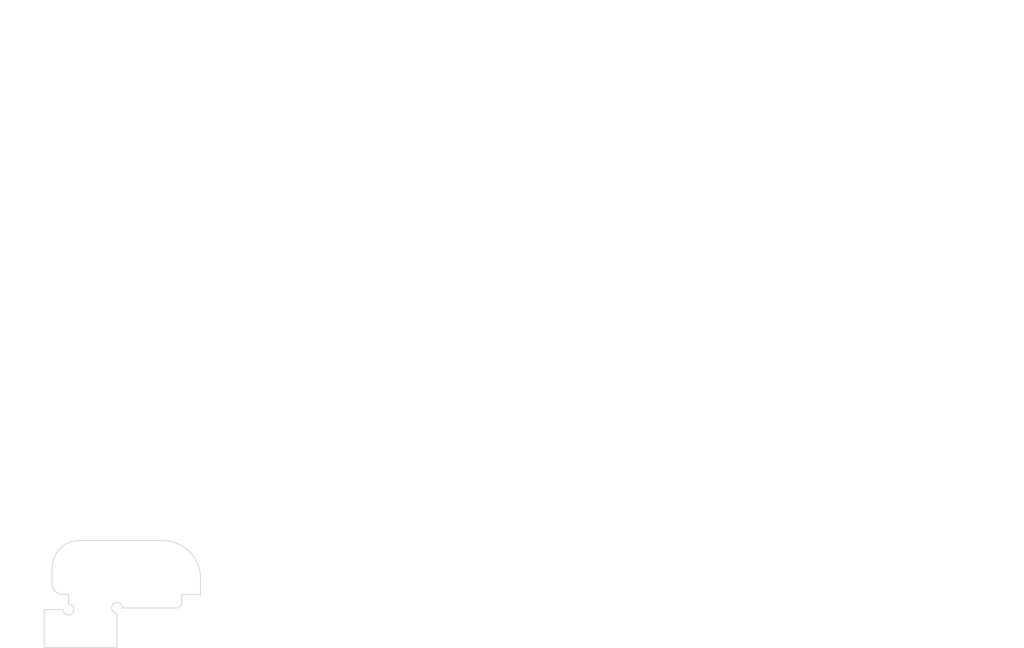
<source format=kicad_pcb>
(kicad_pcb (version 4) (host pcbnew 4.0.6-e0-6349~53~ubuntu14.04.1)
  (title_block (title SBMS120) (rev 03) (company "Electrodacus (Schematic and PCB layout released under CC-BY-SA 3.0 licence)"))
  (layers (0 F.Cu signal) (31 B.Cu signal) (34 B.Paste user) (35 F.Paste user) (36 B.SilkS user) (37 F.SilkS user) (38 B.Mask user) (39 F.Mask user) (44 Edge.Cuts user))
  (net 0 "")
  (net 1 /BAT0)
  (net 2 /CPV1P)
  (net 3 /CPV2P)
  (net 4 /CSI1a)
  (net 5 /CSI2a)
  (net 6 /LDMON)
  (net 7 /PV+)
  (net 8 /PV1)
  (net 9 /PV2)
  (net 10 GND)
  (net 11 "Net-(D7-Pad1)")
  (gr_arc (start 64 142.7) (end 64 143.7) (angle 270) (layer Edge.Cuts) (width 0.15))
  (gr_arc (start 55 143) (end 55 142) (angle 270) (layer Edge.Cuts) (width 0.15))
  (gr_arc (start 72.5 137.2) (end 72.5 130.2) (angle 90) (layer Edge.Cuts) (width 0.15))
  (gr_arc (start 57 135.2) (end 52 135.2) (angle 90) (layer Edge.Cuts) (width 0.15))
  (gr_line (start 79.5 140.2) (end 79.5 137.2) (layer Edge.Cuts) (width 0.15))
  (gr_line (start 76 140.2) (end 79.5 140.2) (layer Edge.Cuts) (width 0.15))
  (gr_line (start 76 141.7) (end 76 140.2) (layer Edge.Cuts) (width 0.15))
  (gr_arc (start 75 141.7) (end 76 141.7) (angle 90) (layer Edge.Cuts) (width 0.15))
  (gr_line (start 65 142.7) (end 75 142.7) (layer Edge.Cuts) (width 0.15))
  (gr_line (start 64 150) (end 64 143.7) (layer Edge.Cuts) (width 0.15))
  (gr_line (start 57 130.2) (end 72.5 130.2) (layer Edge.Cuts) (width 0.15))
  (gr_line (start 52 138.2) (end 52 135.2) (layer Edge.Cuts) (width 0.15))
  (gr_arc (start 54 138.2) (end 54 140.2) (angle 90) (layer Edge.Cuts) (width 0.15))
  (gr_line (start 55 140.2) (end 54 140.2) (layer Edge.Cuts) (width 0.15))
  (gr_line (start 55 142) (end 55 140.2) (layer Edge.Cuts) (width 0.15))
  (gr_line (start 50.5 143) (end 54 143) (layer Edge.Cuts) (width 0.15))
  (gr_line (start 50.5 150) (end 50.5 143) (layer Edge.Cuts) (width 0.15))
  (gr_line (start 50.5 150) (end 64 150) (angle 90) (layer Edge.Cuts) (width 0.15))
)
</source>
